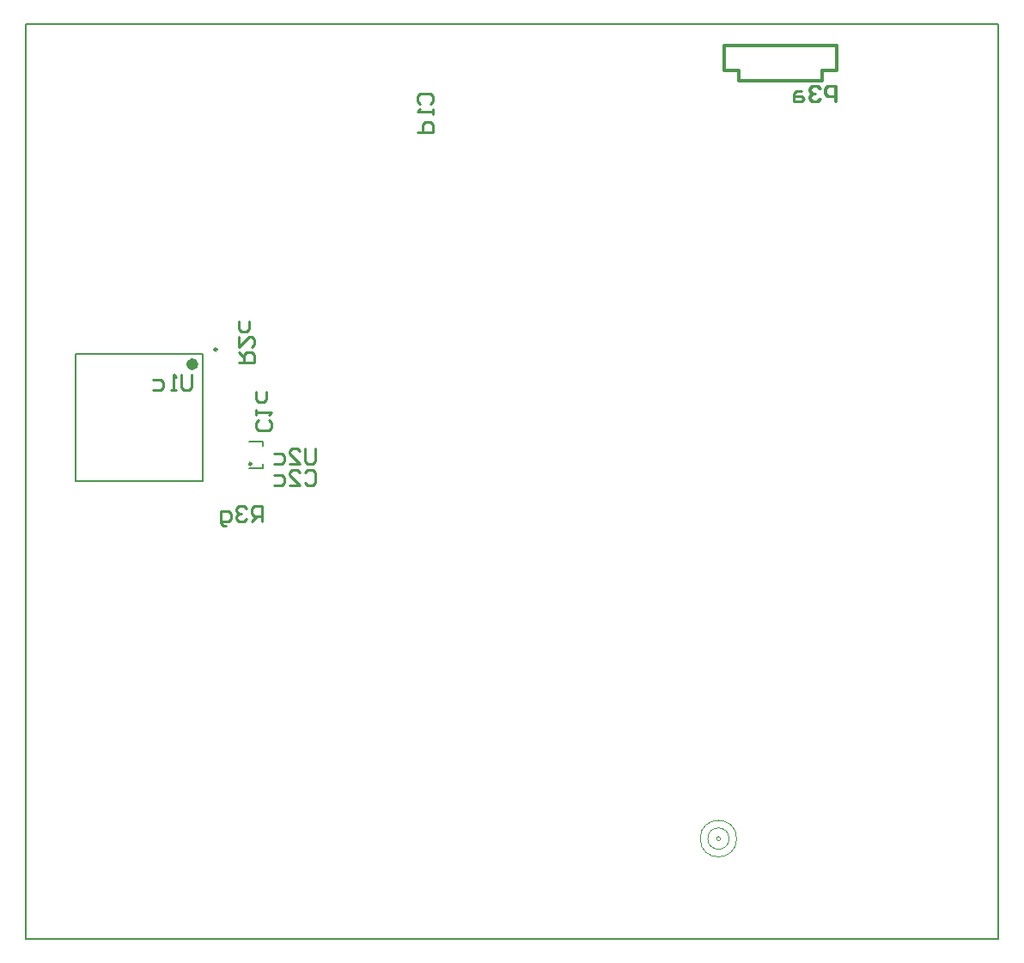
<source format=gbo>
%FSAX24Y24*%
%MOIN*%
G70*
G01*
G75*
G04 Layer_Color=32896*
%ADD10C,0.0394*%
%ADD11C,0.0276*%
%ADD12R,0.0630X0.0709*%
%ADD13R,0.0433X0.0394*%
%ADD14R,0.0394X0.0433*%
%ADD15R,0.0591X0.1457*%
%ADD16R,0.0866X0.0236*%
%ADD17R,0.0866X0.0236*%
%ADD18R,0.0807X0.0532*%
%ADD19R,0.0532X0.0807*%
%ADD20R,0.0709X0.0630*%
%ADD21R,0.1014X0.0748*%
%ADD22R,0.0453X0.0236*%
%ADD23R,0.0650X0.0118*%
%ADD24R,0.0630X0.0118*%
%ADD25R,0.0591X0.0335*%
%ADD26R,0.0335X0.0591*%
%ADD27C,0.1969*%
%ADD28R,0.0315X0.0118*%
%ADD29C,0.0315*%
%ADD30C,0.0197*%
%ADD31C,0.0236*%
%ADD32C,0.0472*%
%ADD33C,0.0118*%
%ADD34C,0.0157*%
%ADD35C,0.0591*%
%ADD36R,0.1378X0.0565*%
%ADD37R,0.0945X0.1024*%
%ADD38R,0.0823X0.0266*%
%ADD39R,0.0866X0.0108*%
%ADD40R,0.0591X0.0630*%
%ADD41R,0.2520X0.2480*%
%ADD42C,0.0010*%
%ADD43C,0.0080*%
%ADD44R,0.0591X0.0591*%
%ADD45C,0.0591*%
%ADD46C,0.0984*%
%ADD47C,0.0620*%
%ADD48R,0.0620X0.0620*%
%ADD49C,0.2500*%
%ADD50C,0.0236*%
%ADD51C,0.0472*%
%ADD52C,0.0315*%
%ADD53R,0.0315X0.0630*%
%ADD54R,0.0827X0.1181*%
%ADD55O,0.0118X0.0709*%
%ADD56O,0.0709X0.0118*%
%ADD57R,0.0394X0.0374*%
%ADD58R,0.3307X0.3307*%
%ADD59C,0.0098*%
%ADD60C,0.0079*%
%ADD61C,0.0080*%
%ADD62C,0.0100*%
%ADD63R,0.0710X0.0789*%
%ADD64R,0.0513X0.0474*%
%ADD65R,0.0474X0.0513*%
%ADD66R,0.0671X0.1537*%
%ADD67R,0.0946X0.0316*%
%ADD68R,0.0946X0.0316*%
%ADD69R,0.0887X0.0612*%
%ADD70R,0.0612X0.0887*%
%ADD71R,0.0789X0.0710*%
%ADD72R,0.1094X0.0828*%
%ADD73R,0.0533X0.0316*%
%ADD74R,0.0730X0.0198*%
%ADD75R,0.0710X0.0198*%
%ADD76R,0.0671X0.0415*%
%ADD77R,0.0415X0.0671*%
%ADD78C,0.2049*%
%ADD79R,0.0395X0.0198*%
%ADD80R,0.0671X0.0671*%
%ADD81C,0.0671*%
%ADD82C,0.1064*%
%ADD83C,0.0700*%
%ADD84R,0.0700X0.0700*%
%ADD85C,0.2580*%
%ADD86C,0.0316*%
%ADD87C,0.0552*%
%ADD88C,0.0395*%
%ADD89R,0.0395X0.0710*%
%ADD90R,0.0907X0.1261*%
%ADD91O,0.0198X0.0789*%
%ADD92O,0.0789X0.0198*%
%ADD93R,0.0474X0.0454*%
%ADD94C,0.0140*%
D31*
X046594Y082303D02*
G03*
X046594Y082303I-000118J000000D01*
G01*
D42*
X067598Y063898D02*
G03*
X067598Y063898I-000709J000000D01*
G01*
X067303D02*
G03*
X067303Y063898I-000413J000000D01*
G01*
X066968D02*
G03*
X066968Y063898I-000079J000000D01*
G01*
D43*
X040000Y060000D02*
X077752D01*
X040000Y095500D02*
X077752D01*
Y060000D02*
Y095500D01*
X040000Y060000D02*
Y095500D01*
D59*
X047431Y082874D02*
G03*
X047431Y082874I-000049J000000D01*
G01*
X048770Y078443D02*
G03*
X048770Y078443I-000049J000000D01*
G01*
D60*
X041949Y077776D02*
X046870D01*
X041949Y082697D02*
X046870D01*
X041949Y077776D02*
Y082697D01*
X046870Y077776D02*
Y082697D01*
X048691Y079301D02*
X049222D01*
X048691Y078258D02*
X049222D01*
Y078257D02*
Y078435D01*
Y079124D02*
Y079301D01*
D62*
X049459Y080135D02*
X049559Y080035D01*
Y079835D01*
X049459Y079735D01*
X049059D01*
X048959Y079835D01*
Y080035D01*
X049059Y080135D01*
X048959Y080335D02*
Y080535D01*
Y080435D01*
X049559D01*
X049459Y080335D01*
X049359Y081235D02*
Y080935D01*
X049259Y080835D01*
X049059D01*
X048959Y080935D01*
Y081235D01*
X055327Y092395D02*
X055227Y092495D01*
Y092695D01*
X055327Y092795D01*
X055727D01*
X055827Y092695D01*
Y092495D01*
X055727Y092395D01*
X055827Y092195D02*
Y091996D01*
Y092095D01*
X055227D01*
X055327Y092195D01*
X055227Y091296D02*
X055827D01*
Y091596D01*
X055727Y091696D01*
X055527D01*
X055427Y091596D01*
Y091296D01*
X050860Y078098D02*
X050960Y078198D01*
X051160D01*
X051260Y078098D01*
Y077698D01*
X051160Y077598D01*
X050960D01*
X050860Y077698D01*
X050260Y077598D02*
X050660D01*
X050260Y077998D01*
Y078098D01*
X050360Y078198D01*
X050560D01*
X050660Y078098D01*
X049660Y077998D02*
X049960D01*
X050060Y077898D01*
Y077698D01*
X049960Y077598D01*
X049660D01*
X071417Y092520D02*
Y093119D01*
X071117D01*
X071017Y093020D01*
Y092820D01*
X071117Y092720D01*
X071417D01*
X070818Y093020D02*
X070718Y093119D01*
X070518D01*
X070418Y093020D01*
Y092920D01*
X070518Y092820D01*
X070618D01*
X070518D01*
X070418Y092720D01*
Y092620D01*
X070518Y092520D01*
X070718D01*
X070818Y092620D01*
X070118Y092920D02*
X069918D01*
X069818Y092820D01*
Y092520D01*
X070118D01*
X070218Y092620D01*
X070118Y092720D01*
X069818D01*
X049173Y076220D02*
Y076820D01*
X048873D01*
X048773Y076720D01*
Y076520D01*
X048873Y076420D01*
X049173D01*
X048973D02*
X048773Y076220D01*
X048573Y076720D02*
X048473Y076820D01*
X048274D01*
X048174Y076720D01*
Y076620D01*
X048274Y076520D01*
X048373D01*
X048274D01*
X048174Y076420D01*
Y076320D01*
X048274Y076220D01*
X048473D01*
X048573Y076320D01*
X047774Y076021D02*
X047674D01*
X047574Y076121D01*
Y076620D01*
X047874D01*
X047974Y076520D01*
Y076320D01*
X047874Y076220D01*
X047574D01*
X048268Y082362D02*
X048868D01*
Y082662D01*
X048768Y082762D01*
X048568D01*
X048468Y082662D01*
Y082362D01*
Y082562D02*
X048268Y082762D01*
Y083362D02*
Y082962D01*
X048668Y083362D01*
X048768D01*
X048868Y083262D01*
Y083062D01*
X048768Y082962D01*
X048668Y083962D02*
Y083662D01*
X048568Y083562D01*
X048368D01*
X048268Y083662D01*
Y083962D01*
X051260Y079025D02*
Y078525D01*
X051160Y078425D01*
X050960D01*
X050860Y078525D01*
Y079025D01*
X050260Y078425D02*
X050660D01*
X050260Y078825D01*
Y078925D01*
X050360Y079025D01*
X050560D01*
X050660Y078925D01*
X049660Y078825D02*
X049960D01*
X050060Y078725D01*
Y078525D01*
X049960Y078425D01*
X049660D01*
X046456Y081899D02*
Y081399D01*
X046357Y081299D01*
X046157D01*
X046057Y081399D01*
Y081899D01*
X045857Y081299D02*
X045657D01*
X045757D01*
Y081899D01*
X045857Y081799D01*
X044957Y081699D02*
X045257D01*
X045357Y081599D01*
Y081399D01*
X045257Y081299D01*
X044957D01*
X071457Y092520D02*
Y093119D01*
X071157D01*
X071057Y093020D01*
Y092820D01*
X071157Y092720D01*
X071457D01*
X070857Y093020D02*
X070757Y093119D01*
X070557D01*
X070457Y093020D01*
Y092920D01*
X070557Y092820D01*
X070657D01*
X070557D01*
X070457Y092720D01*
Y092620D01*
X070557Y092520D01*
X070757D01*
X070857Y092620D01*
D94*
X071476Y093701D02*
Y094685D01*
X067106Y093701D02*
X067697D01*
Y093307D02*
Y093701D01*
Y093307D02*
X070917D01*
Y093701D01*
X071476D01*
X067106Y094685D02*
X071476D01*
X067106Y093701D02*
Y094685D01*
M02*

</source>
